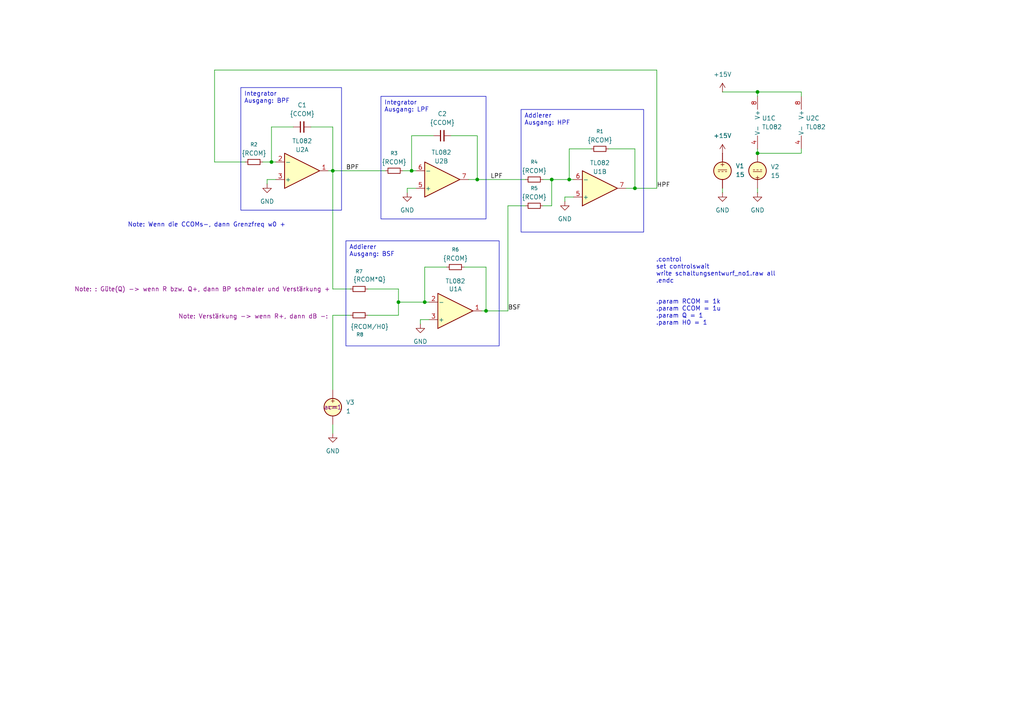
<source format=kicad_sch>
(kicad_sch (version 20250114) (generator "eeschema") (generator_version "9.0")
  (paper "A4")
  (lib_symbols
    (symbol "Amplifier_Operational:TL082" (pin_names (offset 0.127))
      (property "Reference" "U" (at 0 5.08 0))
      (property "Value" "TL082" (at 0 -5.08 0))
      (symbol "TL082_1_1"
        (polyline (pts (xy -5.08 5.08) (xy 5.08 0) (xy -5.08 -5.08) (xy -5.08 5.08)) (stroke (width 0.254)) (fill (type background)))
        (pin input line (at -7.62 2.54 0) (length 2.54) (name "+") (number "3"))
        (pin input line (at -7.62 -2.54 0) (length 2.54) (name "-") (number "2"))
        (pin output line (at 7.62 0 180) (length 2.54) (name "~") (number "1"))
      )
      (symbol "TL082_2_1"
        (polyline (pts (xy -5.08 5.08) (xy 5.08 0) (xy -5.08 -5.08) (xy -5.08 5.08)) (stroke (width 0.254)) (fill (type background)))
        (pin input line (at -7.62 2.54 0) (length 2.54) (name "+") (number "5"))
        (pin input line (at -7.62 -2.54 0) (length 2.54) (name "-") (number "6"))
        (pin output line (at 7.62 0 180) (length 2.54) (name "~") (number "7"))
      )
      (symbol "TL082_3_1"
        (pin power_in line (at -2.54 7.62 270) (length 3.81) (name "V+") (number "8"))
        (pin power_in line (at -2.54 -7.62 90) (length 3.81) (name "V-") (number "4"))
      )
    )
    (symbol "Device:C_Small" (pin_numbers (hide yes)) (pin_names (offset 0.254) (hide yes))
      (property "Reference" "C" (at 0.254 1.778 0))
      (property "Value" "C_Small" (at 0.254 -2.032 0))
      (symbol "C_Small_0_1"
        (polyline (pts (xy -1.524 0.508) (xy 1.524 0.508)) (stroke (width 0.3048)))
        (polyline (pts (xy -1.524 -0.508) (xy 1.524 -0.508)) (stroke (width 0.3302)))
      )
      (symbol "C_Small_1_1"
        (pin passive line (at 0 2.54 270) (length 2.032) (name "~") (number "1"))
        (pin passive line (at 0 -2.54 90) (length 2.032) (name "~") (number "2"))
      )
    )
    (symbol "Device:R_Small" (pin_numbers (hide yes)) (pin_names (offset 0.254) (hide yes))
      (property "Reference" "R" (at 0 0 90))
      (property "Value" "R_Small" (at 1.778 0 90))
      (symbol "R_Small_0_1"
        (rectangle (start -0.762 1.778) (end 0.762 -1.778) (stroke (width 0.2032)))
      )
      (symbol "R_Small_1_1"
        (pin passive line (at 0 2.54 270) (length 0.762) (name "~") (number "1"))
        (pin passive line (at 0 -2.54 90) (length 0.762) (name "~") (number "2"))
      )
    )
    (symbol "Simulation_SPICE:VDC" (pin_numbers (hide yes)) (pin_names (offset 0.0254))
      (property "Reference" "V" (at 2.54 2.54 0))
      (property "Value" "1" (at 2.54 0 0))
      (symbol "VDC_0_0"
        (polyline (pts (xy -1.27 0.254) (xy 1.27 0.254)))
        (polyline (pts (xy -0.762 -0.254) (xy -1.27 -0.254)))
        (polyline (pts (xy 0.254 -0.254) (xy -0.254 -0.254)))
        (polyline (pts (xy 1.27 -0.254) (xy 0.762 -0.254)))
        (text "+" (at 0 1.905 0) (effects (font (size 1.27 1.27))))
      )
      (symbol "VDC_0_1"
        (circle (center 0 0) (radius 2.54) (stroke (width 0.254)) (fill (type background)))
      )
      (symbol "VDC_1_1"
        (pin passive line (at 0 5.08 270) (length 2.54) (name "~") (number "1"))
        (pin passive line (at 0 -5.08 90) (length 2.54) (name "~") (number "2"))
      )
    )
    (symbol "power:+15V" (power) (pin_numbers (hide yes)) (pin_names (offset 0) (hide yes))
      (property "Value" "+15V" (at 0 3.556 0))
      (symbol "+15V_0_1"
        (polyline (pts (xy -0.762 1.27) (xy 0 2.54)))
        (polyline (pts (xy 0 2.54) (xy 0.762 1.27)))
        (polyline (pts (xy 0 0) (xy 0 2.54)))
      )
      (symbol "+15V_1_1"
        (pin power_in line (at 0 0 90) (length 0) (name "~") (number "1"))
      )
    )
    (symbol "power:GND" (power) (pin_numbers (hide yes)) (pin_names (offset 0) (hide yes))
      (property "Value" "GND" (at 0 -3.81 0))
      (symbol "GND_0_1"
        (polyline (pts (xy 0 0) (xy 0 -1.27) (xy 1.27 -1.27) (xy 0 -2.54) (xy -1.27 -1.27) (xy 0 -1.27)))
      )
      (symbol "GND_1_1"
        (pin power_in line (at 0 0 270) (length 0) (name "~") (number "1"))
      )
    )
  )
  (text ".control\nset controlswait\nwrite schaltungsentwurf_no1.raw all\n.endc" (at 190.246 78.486 0) (effects (font (size 1.27 1.27)) (justify left)))
  (text "Note: Wenn die CCOMs-, dann Grenzfreq w0 +" (at 59.944 65.278 0) (effects (font (size 1.27 1.27))))
  (text ".param RCOM = 1k\n.param CCOM = 1u\n.param Q = 1\n.param H0 = 1\n\n" (at 190.246 86.868 0) (effects (font (size 1.27 1.27)) (justify left top)))
  (text_box "Integrator\nAusgang: LPF\n" (at 110.49 27.94 0) (size 30.48 35.56) (margins 0.9525 0.9525 0.9525 0.9525) (effects (font (size 1.27 1.27)) (justify left top)))
  (text_box "Addierer\nAusgang: HPF\n" (at 151.13 31.75 0) (size 35.56 35.56) (margins 0.9525 0.9525 0.9525 0.9525) (effects (font (size 1.27 1.27)) (justify left top)))
  (text_box "Addierer\nAusgang: BSF\n" (at 100.33 69.85 0) (size 44.45 30.48) (margins 0.9525 0.9525 0.9525 0.9525) (effects (font (size 1.27 1.27)) (justify left top)))
  (text_box "Integrator\nAusgang: BPF\n" (at 69.85 25.4 0) (size 29.21 35.56) (margins 0.9525 0.9525 0.9525 0.9525) (effects (font (size 1.27 1.27)) (justify left top)))
  (junction (at 219.71 26.67))
  (junction (at 140.97 90.17))
  (junction (at 119.38 49.53))
  (junction (at 184.15 54.61))
  (junction (at 96.52 49.53))
  (junction (at 219.71 44.45))
  (junction (at 123.19 87.63))
  (junction (at 160.02 52.07))
  (junction (at 115.57 87.63))
  (junction (at 138.43 52.07))
  (junction (at 78.74 46.99))
  (junction (at 165.1 52.07))
  (wire (pts (xy 219.71 43.18) (xy 219.71 44.45)))
  (wire (pts (xy 118.11 54.61) (xy 120.65 54.61)))
  (wire (pts (xy 190.5 20.32) (xy 190.5 54.61)))
  (wire (pts (xy 90.17 36.83) (xy 96.52 36.83)))
  (wire (pts (xy 140.97 90.17) (xy 140.97 77.47)))
  (wire (pts (xy 176.53 43.18) (xy 184.15 43.18)))
  (wire (pts (xy 171.45 43.18) (xy 165.1 43.18)))
  (wire (pts (xy 106.68 91.44) (xy 115.57 91.44)))
  (wire (pts (xy 77.47 52.07) (xy 80.01 52.07)))
  (wire (pts (xy 96.52 83.82) (xy 101.6 83.82)))
  (wire (pts (xy 96.52 36.83) (xy 96.52 49.53)))
  (wire (pts (xy 77.47 53.34) (xy 77.47 52.07)))
  (wire (pts (xy 165.1 43.18) (xy 165.1 52.07)))
  (wire (pts (xy 123.19 87.63) (xy 124.46 87.63)))
  (wire (pts (xy 232.41 44.45) (xy 219.71 44.45)))
  (wire (pts (xy 76.2 46.99) (xy 78.74 46.99)))
  (wire (pts (xy 135.89 52.07) (xy 138.43 52.07)))
  (wire (pts (xy 232.41 43.18) (xy 232.41 44.45)))
  (wire (pts (xy 165.1 52.07) (xy 166.37 52.07)))
  (wire (pts (xy 96.52 123.19) (xy 96.52 125.73)))
  (wire (pts (xy 85.09 36.83) (xy 78.74 36.83)))
  (wire (pts (xy 78.74 46.99) (xy 80.01 46.99)))
  (wire (pts (xy 190.5 54.61) (xy 184.15 54.61)))
  (wire (pts (xy 123.19 77.47) (xy 123.19 87.63)))
  (wire (pts (xy 119.38 39.37) (xy 119.38 49.53)))
  (wire (pts (xy 160.02 52.07) (xy 165.1 52.07)))
  (wire (pts (xy 116.84 49.53) (xy 119.38 49.53)))
  (wire (pts (xy 71.12 46.99) (xy 62.23 46.99)))
  (wire (pts (xy 115.57 91.44) (xy 115.57 87.63)))
  (wire (pts (xy 115.57 83.82) (xy 115.57 87.63)))
  (wire (pts (xy 147.32 59.69) (xy 152.4 59.69)))
  (wire (pts (xy 134.62 77.47) (xy 140.97 77.47)))
  (wire (pts (xy 147.32 90.17) (xy 140.97 90.17)))
  (wire (pts (xy 123.19 77.47) (xy 129.54 77.47)))
  (wire (pts (xy 115.57 87.63) (xy 123.19 87.63)))
  (wire (pts (xy 160.02 59.69) (xy 157.48 59.69)))
  (wire (pts (xy 138.43 39.37) (xy 138.43 52.07)))
  (wire (pts (xy 62.23 46.99) (xy 62.23 20.32)))
  (wire (pts (xy 118.11 55.88) (xy 118.11 54.61)))
  (wire (pts (xy 209.55 26.67) (xy 219.71 26.67)))
  (wire (pts (xy 209.55 54.61) (xy 209.55 55.88)))
  (wire (pts (xy 119.38 49.53) (xy 120.65 49.53)))
  (wire (pts (xy 219.71 55.88) (xy 219.71 54.61)))
  (wire (pts (xy 106.68 83.82) (xy 115.57 83.82)))
  (wire (pts (xy 78.74 36.83) (xy 78.74 46.99)))
  (wire (pts (xy 163.83 58.42) (xy 163.83 57.15)))
  (wire (pts (xy 119.38 39.37) (xy 125.73 39.37)))
  (wire (pts (xy 130.81 39.37) (xy 138.43 39.37)))
  (wire (pts (xy 62.23 20.32) (xy 190.5 20.32)))
  (wire (pts (xy 96.52 91.44) (xy 96.52 113.03)))
  (wire (pts (xy 147.32 59.69) (xy 147.32 90.17)))
  (wire (pts (xy 184.15 54.61) (xy 181.61 54.61)))
  (wire (pts (xy 121.92 92.71) (xy 121.92 93.98)))
  (wire (pts (xy 138.43 52.07) (xy 152.4 52.07)))
  (wire (pts (xy 157.48 52.07) (xy 160.02 52.07)))
  (wire (pts (xy 124.46 92.71) (xy 121.92 92.71)))
  (wire (pts (xy 95.25 49.53) (xy 96.52 49.53)))
  (wire (pts (xy 232.41 27.94) (xy 232.41 26.67)))
  (wire (pts (xy 140.97 90.17) (xy 139.7 90.17)))
  (wire (pts (xy 219.71 26.67) (xy 219.71 27.94)))
  (wire (pts (xy 184.15 43.18) (xy 184.15 54.61)))
  (wire (pts (xy 96.52 91.44) (xy 101.6 91.44)))
  (wire (pts (xy 160.02 59.69) (xy 160.02 52.07)))
  (wire (pts (xy 96.52 49.53) (xy 96.52 83.82)))
  (wire (pts (xy 96.52 49.53) (xy 111.76 49.53)))
  (wire (pts (xy 163.83 57.15) (xy 166.37 57.15)))
  (wire (pts (xy 219.71 26.67) (xy 232.41 26.67)))
  (label "HPF" (at 190.5 54.61 0))
  (label "LPF" (at 142.24 52.07 0))
  (label "BPF" (at 100.33 49.53 0))
  (label "BSF" (at 147.32 90.17 0))
  (symbol (lib_id "Amplifier_Operational:TL082") (at 222.25 35.56 0) (unit 3)
    (property "Reference" "U1" (at 220.98 34.2899 0) (effects (justify left)))
    (property "Value" "TL082" (at 220.98 36.8299 0) (effects (justify left)))
    (property "Footprint" "Package_DIP:CERDIP-8_W7.62mm_SideBrazed_LongPads_Socket" (effects (hide yes)))
    (property "Datasheet" "http://www.ti.com/lit/ds/symlink/tl081.pdf" (effects (hide yes)))
    (property "Description" "Dual JFET-Input Operational Amplifiers, DIP-8/SOIC-8/SSOP-8" (effects (hide yes)))
    (property "Sim.Library" "TL082-dual.lib" (effects (hide yes)))
    (property "Sim.Name" "TL082-dual" (effects (hide yes)))
    (property "Sim.Device" "SUBCKT" (effects (hide yes)))
    (property "Sim.Pins" "1=1out 2=1in- 3=1in+ 4=vcc- 5=2in+ 6=2in- 7=2out 8=vcc+" (effects (hide yes)))
  )
  (symbol (lib_id "Device:R_Small") (at 73.66 46.99 90) (unit 1)
    (property "Reference" "R2" (at 73.66 41.91 90) (effects (font (size 1.016 1.016))))
    (property "Value" "{RCOM}" (at 73.66 44.45 90))
    (property "Footprint" "000_Footprints:Resistor" (effects (hide yes)))
    (property "Description" "Resistor, small symbol" (effects (hide yes)))
  )
  (symbol (lib_id "Device:R_Small") (at 154.94 52.07 90) (unit 1)
    (property "Reference" "R4" (at 154.94 46.99 90) (effects (font (size 1.016 1.016))))
    (property "Value" "{RCOM}" (at 154.94 49.53 90))
    (property "Footprint" "000_Footprints:Resistor" (effects (hide yes)))
    (property "Description" "Resistor, small symbol" (effects (hide yes)))
  )
  (symbol (lib_id "Simulation_SPICE:VDC") (at 96.52 118.11 0) (unit 1)
    (property "Reference" "V3" (at 100.33 116.7101 0) (effects (justify left)))
    (property "Value" "1" (at 100.33 119.2501 0) (effects (justify left)))
    (property "Datasheet" "https://ngspice.sourceforge.io/docs/ngspice-html-manual/manual.xhtml#sec_Independent_Sources_for" (effects (hide yes)))
    (property "Description" "Voltage source, DC" (effects (hide yes)))
    (property "Sim.Pins" "1=+ 2=-" (effects (hide yes)))
    (property "Sim.Type" "DC" (effects (hide yes)))
    (property "Sim.Device" "V" (effects (hide yes)))
    (property "Sim.Params" "ac=1" (at 96.52 118.11 0))
  )
  (symbol (lib_id "power:GND") (at 163.83 58.42 0) (unit 1)
    (property "Reference" "#PWR04" (effects (hide yes)))
    (property "Value" "GND" (at 163.83 63.5 0))
    (property "Description" "Power symbol creates a global label with name \"GND\" , ground" (effects (hide yes)))
  )
  (symbol (lib_id "power:GND") (at 219.71 55.88 0) (unit 1)
    (property "Reference" "#PWR05" (effects (hide yes)))
    (property "Value" "GND" (at 219.71 60.96 0))
    (property "Description" "Power symbol creates a global label with name \"GND\" , ground" (effects (hide yes)))
  )
  (symbol (lib_id "Device:C_Small") (at 87.63 36.83 90) (unit 1)
    (property "Reference" "C1" (at 87.6363 30.48 90))
    (property "Value" "{CCOM}" (at 87.6363 33.02 90))
    (property "Description" "Unpolarized capacitor, small symbol" (effects (hide yes)))
  )
  (symbol (lib_id "Simulation_SPICE:VDC") (at 219.71 49.53 180) (unit 1)
    (property "Reference" "V2" (at 223.52 48.3897 0) (effects (justify right)))
    (property "Value" "15" (at 223.52 50.9297 0) (effects (justify right)))
    (property "Datasheet" "https://ngspice.sourceforge.io/docs/ngspice-html-manual/manual.xhtml#sec_Independent_Sources_for" (effects (hide yes)))
    (property "Description" "Voltage source, DC" (effects (hide yes)))
    (property "Sim.Pins" "1=+ 2=-" (effects (hide yes)))
    (property "Sim.Type" "DC" (effects (hide yes)))
    (property "Sim.Device" "V" (effects (hide yes)))
  )
  (symbol (lib_id "power:GND") (at 121.92 93.98 0) (unit 1)
    (property "Reference" "#PWR06" (effects (hide yes)))
    (property "Value" "GND" (at 121.92 99.06 0))
    (property "Description" "Power symbol creates a global label with name \"GND\" , ground" (effects (hide yes)))
  )
  (symbol (lib_id "Device:C_Small") (at 128.27 39.37 90) (unit 1)
    (property "Reference" "C2" (at 128.2763 33.02 90))
    (property "Value" "{CCOM}" (at 128.2763 35.56 90))
    (property "Description" "Unpolarized capacitor, small symbol" (effects (hide yes)))
  )
  (symbol (lib_id "Amplifier_Operational:TL082") (at 173.99 54.61 0) (mirror x) (unit 2)
    (property "Reference" "U1" (at 173.99 49.784 0))
    (property "Value" "TL082" (at 173.99 47.244 0))
    (property "Footprint" "Package_DIP:CERDIP-8_W7.62mm_SideBrazed_LongPads_Socket" (effects (hide yes)))
    (property "Datasheet" "http://www.ti.com/lit/ds/symlink/tl081.pdf" (effects (hide yes)))
    (property "Description" "Dual JFET-Input Operational Amplifiers, DIP-8/SOIC-8/SSOP-8" (effects (hide yes)))
    (property "Sim.Library" "TL082-dual.lib" (effects (hide yes)))
    (property "Sim.Name" "TL082-dual" (effects (hide yes)))
    (property "Sim.Device" "SUBCKT" (effects (hide yes)))
    (property "Sim.Pins" "1=1out 2=1in- 3=1in+ 4=vcc- 5=2in+ 6=2in- 7=2out 8=vcc+" (effects (hide yes)))
  )
  (symbol (lib_id "power:GND") (at 118.11 55.88 0) (unit 1)
    (property "Reference" "#PWR03" (effects (hide yes)))
    (property "Value" "GND" (at 118.11 60.96 0))
    (property "Description" "Power symbol creates a global label with name \"GND\" , ground" (effects (hide yes)))
  )
  (symbol (lib_id "Device:R_Small") (at 173.99 43.18 90) (unit 1)
    (property "Reference" "R1" (at 173.99 38.1 90) (effects (font (size 1.016 1.016))))
    (property "Value" "{RCOM}" (at 173.99 40.64 90))
    (property "Footprint" "000_Footprints:Resistor" (effects (hide yes)))
    (property "Description" "Resistor, small symbol" (effects (hide yes)))
  )
  (symbol (lib_id "power:GND") (at 96.52 125.73 0) (unit 1)
    (property "Reference" "#PWR07" (effects (hide yes)))
    (property "Value" "GND" (at 96.52 130.81 0))
    (property "Description" "Power symbol creates a global label with name \"GND\" , ground" (effects (hide yes)))
  )
  (symbol (lib_id "Amplifier_Operational:TL082") (at 132.08 90.17 0) (mirror x) (unit 1)
    (property "Reference" "U1" (at 132.08 83.82 0))
    (property "Value" "TL082" (at 132.08 81.534 0))
    (property "Footprint" "Package_DIP:CERDIP-8_W7.62mm_SideBrazed_LongPads_Socket" (effects (hide yes)))
    (property "Datasheet" "http://www.ti.com/lit/ds/symlink/tl081.pdf" (effects (hide yes)))
    (property "Description" "Dual JFET-Input Operational Amplifiers, DIP-8/SOIC-8/SSOP-8" (effects (hide yes)))
    (property "Sim.Library" "TL082-dual.lib" (effects (hide yes)))
    (property "Sim.Name" "TL082-dual" (effects (hide yes)))
    (property "Sim.Device" "SUBCKT" (effects (hide yes)))
    (property "Sim.Pins" "1=1out 2=1in- 3=1in+ 4=vcc- 5=2in+ 6=2in- 7=2out 8=vcc+" (effects (hide yes)))
  )
  (symbol (lib_id "Device:R_Small") (at 104.14 83.82 90) (unit 1)
    (property "Reference" "R7" (at 104.14 78.74 90) (effects (font (size 1.016 1.016))))
    (property "Value" "{RCOM*Q}" (at 107.188 81.026 90))
    (property "Footprint" "000_Footprints:Trimmer straight" (effects (hide yes)))
    (property "Description" "Resistor, small symbol" (effects (hide yes)))
    (property "Note: " "Güte(Q) -> wenn R bzw. Q+, dann BP schmaler und Verstärkung +" (at 58.674 83.82 90) (show_name yes))
  )
  (symbol (lib_id "power:GND") (at 77.47 53.34 0) (unit 1)
    (property "Reference" "#PWR02" (effects (hide yes)))
    (property "Value" "GND" (at 77.47 58.42 0))
    (property "Description" "Power symbol creates a global label with name \"GND\" , ground" (effects (hide yes)))
  )
  (symbol (lib_id "Simulation_SPICE:VDC") (at 209.55 49.53 0) (unit 1)
    (property "Reference" "V1" (at 213.36 48.1301 0) (effects (justify left)))
    (property "Value" "15" (at 213.36 50.6701 0) (effects (justify left)))
    (property "Datasheet" "https://ngspice.sourceforge.io/docs/ngspice-html-manual/manual.xhtml#sec_Independent_Sources_for" (effects (hide yes)))
    (property "Description" "Voltage source, DC" (effects (hide yes)))
    (property "Sim.Pins" "1=+ 2=-" (effects (hide yes)))
    (property "Sim.Type" "DC" (effects (hide yes)))
    (property "Sim.Device" "V" (effects (hide yes)))
  )
  (symbol (lib_id "Device:R_Small") (at 132.08 77.47 90) (unit 1)
    (property "Reference" "R6" (at 132.08 72.39 90) (effects (font (size 1.016 1.016))))
    (property "Value" "{RCOM}" (at 132.08 74.93 90))
    (property "Footprint" "000_Footprints:Resistor" (effects (hide yes)))
    (property "Description" "Resistor, small symbol" (effects (hide yes)))
  )
  (symbol (lib_id "Device:R_Small") (at 104.14 91.44 90) (unit 1)
    (property "Reference" "R8" (at 104.394 97.028 90) (effects (font (size 1.016 1.016))))
    (property "Value" "{RCOM/H0}" (at 107.188 94.742 90))
    (property "Footprint" "000_Footprints:Trimmer straight" (effects (hide yes)))
    (property "Description" "Resistor, small symbol" (effects (hide yes)))
  )
  (symbol (lib_id "power:+15V") (at 209.55 26.67 0) (unit 1)
    (property "Reference" "#PWR08" (effects (hide yes)))
    (property "Value" "+15V" (at 209.55 21.59 0))
    (property "Description" "Power symbol creates a global label with name \"+15V\"" (effects (hide yes)))
  )
  (symbol (lib_id "power:GND") (at 209.55 55.88 0) (unit 1)
    (property "Reference" "#PWR01" (effects (hide yes)))
    (property "Value" "GND" (at 209.55 60.96 0))
    (property "Description" "Power symbol creates a global label with name \"GND\" , ground" (effects (hide yes)))
  )
  (symbol (lib_id "Amplifier_Operational:TL082") (at 234.95 35.56 0) (unit 3)
    (property "Reference" "U2" (at 233.68 34.2899 0) (effects (justify left)))
    (property "Value" "TL082" (at 233.68 36.8299 0) (effects (justify left)))
    (property "Footprint" "Package_DIP:CERDIP-8_W7.62mm_SideBrazed_LongPads_Socket" (effects (hide yes)))
    (property "Datasheet" "http://www.ti.com/lit/ds/symlink/tl081.pdf" (effects (hide yes)))
    (property "Description" "Dual JFET-Input Operational Amplifiers, DIP-8/SOIC-8/SSOP-8" (effects (hide yes)))
    (property "Sim.Library" "TL082-dual.lib" (effects (hide yes)))
    (property "Sim.Name" "TL082-dual" (effects (hide yes)))
    (property "Sim.Device" "SUBCKT" (effects (hide yes)))
    (property "Sim.Pins" "1=1out 2=1in- 3=1in+ 4=vcc- 5=2in+ 6=2in- 7=2out 8=vcc+" (effects (hide yes)))
  )
  (symbol (lib_id "power:+15V") (at 209.55 44.45 0) (unit 1)
    (property "Reference" "#PWR09" (effects (hide yes)))
    (property "Value" "+15V" (at 209.55 39.37 0))
    (property "Description" "Power symbol creates a global label with name \"+15V\"" (effects (hide yes)))
  )
  (symbol (lib_id "Amplifier_Operational:TL082") (at 87.63 49.53 0) (mirror x) (unit 1)
    (property "Reference" "U2" (at 87.63 43.434 0))
    (property "Value" "TL082" (at 87.63 40.894 0))
    (property "Footprint" "Package_DIP:CERDIP-8_W7.62mm_SideBrazed_LongPads_Socket" (effects (hide yes)))
    (property "Datasheet" "http://www.ti.com/lit/ds/symlink/tl081.pdf" (effects (hide yes)))
    (property "Description" "Dual JFET-Input Operational Amplifiers, DIP-8/SOIC-8/SSOP-8" (effects (hide yes)))
    (property "Sim.Library" "TL082-dual.lib" (effects (hide yes)))
    (property "Sim.Name" "TL082-dual" (effects (hide yes)))
    (property "Sim.Device" "SUBCKT" (effects (hide yes)))
    (property "Sim.Pins" "1=1out 2=1in- 3=1in+ 4=vcc- 5=2in+ 6=2in- 7=2out 8=vcc+" (effects (hide yes)))
  )
  (symbol (lib_id "Amplifier_Operational:TL082") (at 128.27 52.07 0) (mirror x) (unit 2)
    (property "Reference" "U2" (at 128.016 46.736 0))
    (property "Value" "TL082" (at 128.016 44.196 0))
    (property "Footprint" "Package_DIP:CERDIP-8_W7.62mm_SideBrazed_LongPads_Socket" (effects (hide yes)))
    (property "Datasheet" "http://www.ti.com/lit/ds/symlink/tl081.pdf" (effects (hide yes)))
    (property "Description" "Dual JFET-Input Operational Amplifiers, DIP-8/SOIC-8/SSOP-8" (effects (hide yes)))
    (property "Sim.Library" "TL082-dual.lib" (effects (hide yes)))
    (property "Sim.Name" "TL082-dual" (effects (hide yes)))
    (property "Sim.Device" "SUBCKT" (effects (hide yes)))
    (property "Sim.Pins" "1=1out 2=1in- 3=1in+ 4=vcc- 5=2in+ 6=2in- 7=2out 8=vcc+" (effects (hide yes)))
  )
  (symbol (lib_id "Device:R_Small") (at 114.3 49.53 90) (unit 1)
    (property "Reference" "R3" (at 114.3 44.45 90) (effects (font (size 1.016 1.016))))
    (property "Value" "{RCOM}" (at 114.3 46.99 90))
    (property "Footprint" "000_Footprints:Resistor" (effects (hide yes)))
    (property "Description" "Resistor, small symbol" (effects (hide yes)))
  )
  (symbol (lib_id "Device:R_Small") (at 154.94 59.69 90) (unit 1)
    (property "Reference" "R5" (at 154.94 54.61 90) (effects (font (size 1.016 1.016))))
    (property "Value" "{RCOM}" (at 154.94 57.15 90))
    (property "Footprint" "000_Footprints:Resistor" (effects (hide yes)))
    (property "Description" "Resistor, small symbol" (effects (hide yes)))
  )
)
</source>
